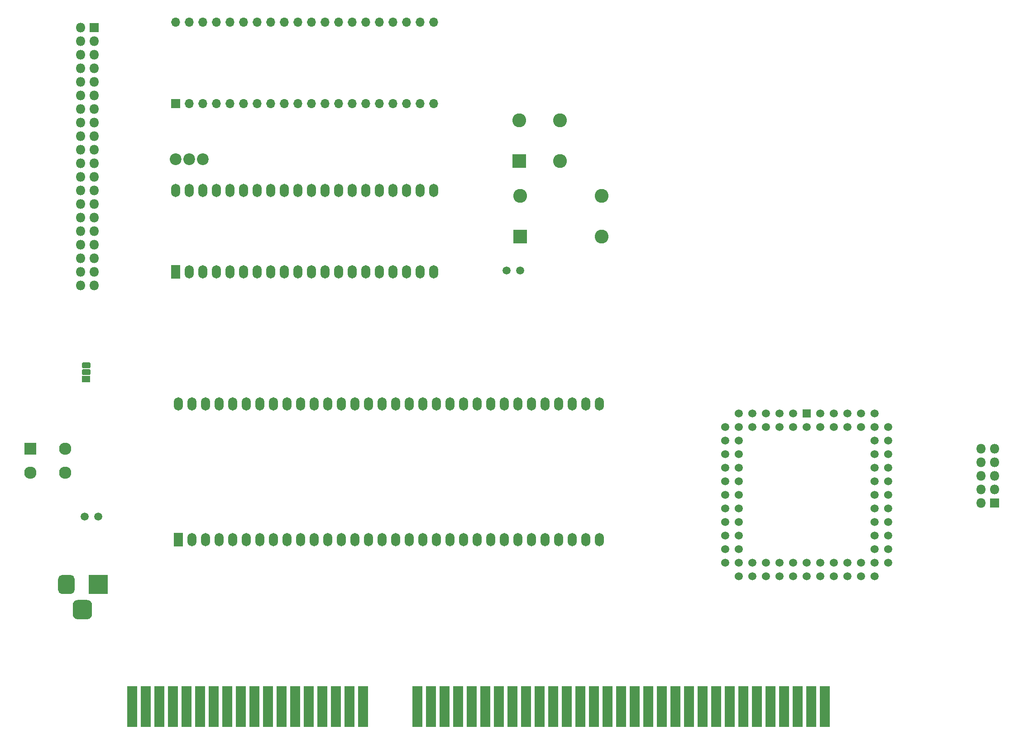
<source format=gbr>
%TF.GenerationSoftware,KiCad,Pcbnew,5.1.6-c6e7f7d~86~ubuntu18.04.1*%
%TF.CreationDate,2020-11-16T08:08:37+08:00*%
%TF.ProjectId,68k_dev,36386b5f-6465-4762-9e6b-696361645f70,rev?*%
%TF.SameCoordinates,Original*%
%TF.FileFunction,Soldermask,Bot*%
%TF.FilePolarity,Negative*%
%FSLAX46Y46*%
G04 Gerber Fmt 4.6, Leading zero omitted, Abs format (unit mm)*
G04 Created by KiCad (PCBNEW 5.1.6-c6e7f7d~86~ubuntu18.04.1) date 2020-11-16 08:08:37*
%MOMM*%
%LPD*%
G01*
G04 APERTURE LIST*
%ADD10C,2.200000*%
%ADD11R,1.880000X7.720000*%
%ADD12R,3.600000X3.600000*%
%ADD13C,1.500000*%
%ADD14R,1.700000X2.500000*%
%ADD15O,1.700000X2.500000*%
%ADD16R,1.700000X1.700000*%
%ADD17O,1.700000X1.700000*%
%ADD18R,2.600000X2.600000*%
%ADD19C,2.600000*%
%ADD20R,1.600000X1.150000*%
%ADD21C,1.522400*%
%ADD22R,1.522400X1.522400*%
%ADD23R,1.800000X1.800000*%
%ADD24O,1.800000X1.800000*%
%ADD25R,2.300000X2.300000*%
%ADD26C,2.300000*%
G04 APERTURE END LIST*
D10*
%TO.C,J1*%
X50038000Y-52451000D03*
X47498000Y-52451000D03*
X44958000Y-52451000D03*
%TD*%
D11*
%TO.C,J2*%
X166370000Y-154940000D03*
X163830000Y-154940000D03*
X161290000Y-154940000D03*
X158750000Y-154940000D03*
X156210000Y-154940000D03*
X153670000Y-154940000D03*
X151130000Y-154940000D03*
X148590000Y-154940000D03*
X146050000Y-154940000D03*
X143510000Y-154940000D03*
X140970000Y-154940000D03*
X138430000Y-154940000D03*
X135890000Y-154940000D03*
X133350000Y-154940000D03*
X130810000Y-154940000D03*
X128270000Y-154940000D03*
X125730000Y-154940000D03*
X123190000Y-154940000D03*
X120650000Y-154940000D03*
X118110000Y-154940000D03*
X115570000Y-154940000D03*
X113030000Y-154940000D03*
X110490000Y-154940000D03*
X107950000Y-154940000D03*
X105410000Y-154940000D03*
X102870000Y-154940000D03*
X100330000Y-154940000D03*
X97790000Y-154940000D03*
X95250000Y-154940000D03*
X92710000Y-154940000D03*
X90170000Y-154940000D03*
X80010000Y-154940000D03*
X77470000Y-154940000D03*
X74930000Y-154940000D03*
X72390000Y-154940000D03*
X69850000Y-154940000D03*
X67310000Y-154940000D03*
X64770000Y-154940000D03*
X62230000Y-154940000D03*
X59690000Y-154940000D03*
X57150000Y-154940000D03*
X54610000Y-154940000D03*
X52070000Y-154940000D03*
X49530000Y-154940000D03*
X46990000Y-154940000D03*
X44450000Y-154940000D03*
X41910000Y-154940000D03*
X39370000Y-154940000D03*
X36830000Y-154940000D03*
%TD*%
D12*
%TO.C,J5*%
X30480000Y-132080000D03*
G36*
G01*
X22930000Y-133105000D02*
X22930000Y-131055000D01*
G75*
G02*
X23705000Y-130280000I775000J0D01*
G01*
X25255000Y-130280000D01*
G75*
G02*
X26030000Y-131055000I0J-775000D01*
G01*
X26030000Y-133105000D01*
G75*
G02*
X25255000Y-133880000I-775000J0D01*
G01*
X23705000Y-133880000D01*
G75*
G02*
X22930000Y-133105000I0J775000D01*
G01*
G37*
G36*
G01*
X25680000Y-137680000D02*
X25680000Y-135880000D01*
G75*
G02*
X26580000Y-134980000I900000J0D01*
G01*
X28380000Y-134980000D01*
G75*
G02*
X29280000Y-135880000I0J-900000D01*
G01*
X29280000Y-137680000D01*
G75*
G02*
X28380000Y-138580000I-900000J0D01*
G01*
X26580000Y-138580000D01*
G75*
G02*
X25680000Y-137680000I0J900000D01*
G01*
G37*
%TD*%
D13*
%TO.C,JP1*%
X30480000Y-119380000D03*
X27940000Y-119380000D03*
%TD*%
%TO.C,JP2*%
X106807000Y-73279000D03*
X109347000Y-73279000D03*
%TD*%
D14*
%TO.C,U1*%
X45466000Y-123698000D03*
D15*
X124206000Y-98298000D03*
X48006000Y-123698000D03*
X121666000Y-98298000D03*
X50546000Y-123698000D03*
X119126000Y-98298000D03*
X53086000Y-123698000D03*
X116586000Y-98298000D03*
X55626000Y-123698000D03*
X114046000Y-98298000D03*
X58166000Y-123698000D03*
X111506000Y-98298000D03*
X60706000Y-123698000D03*
X108966000Y-98298000D03*
X63246000Y-123698000D03*
X106426000Y-98298000D03*
X65786000Y-123698000D03*
X103886000Y-98298000D03*
X68326000Y-123698000D03*
X101346000Y-98298000D03*
X70866000Y-123698000D03*
X98806000Y-98298000D03*
X73406000Y-123698000D03*
X96266000Y-98298000D03*
X75946000Y-123698000D03*
X93726000Y-98298000D03*
X78486000Y-123698000D03*
X91186000Y-98298000D03*
X81026000Y-123698000D03*
X88646000Y-98298000D03*
X83566000Y-123698000D03*
X86106000Y-98298000D03*
X86106000Y-123698000D03*
X83566000Y-98298000D03*
X88646000Y-123698000D03*
X81026000Y-98298000D03*
X91186000Y-123698000D03*
X78486000Y-98298000D03*
X93726000Y-123698000D03*
X75946000Y-98298000D03*
X96266000Y-123698000D03*
X73406000Y-98298000D03*
X98806000Y-123698000D03*
X70866000Y-98298000D03*
X101346000Y-123698000D03*
X68326000Y-98298000D03*
X103886000Y-123698000D03*
X65786000Y-98298000D03*
X106426000Y-123698000D03*
X63246000Y-98298000D03*
X108966000Y-123698000D03*
X60706000Y-98298000D03*
X111506000Y-123698000D03*
X58166000Y-98298000D03*
X114046000Y-123698000D03*
X55626000Y-98298000D03*
X116586000Y-123698000D03*
X53086000Y-98298000D03*
X119126000Y-123698000D03*
X50546000Y-98298000D03*
X121666000Y-123698000D03*
X48006000Y-98298000D03*
X124206000Y-123698000D03*
X45466000Y-98298000D03*
%TD*%
D16*
%TO.C,U14*%
X44958000Y-42037000D03*
D17*
X93218000Y-26797000D03*
X47498000Y-42037000D03*
X90678000Y-26797000D03*
X50038000Y-42037000D03*
X88138000Y-26797000D03*
X52578000Y-42037000D03*
X85598000Y-26797000D03*
X55118000Y-42037000D03*
X83058000Y-26797000D03*
X57658000Y-42037000D03*
X80518000Y-26797000D03*
X60198000Y-42037000D03*
X77978000Y-26797000D03*
X62738000Y-42037000D03*
X75438000Y-26797000D03*
X65278000Y-42037000D03*
X72898000Y-26797000D03*
X67818000Y-42037000D03*
X70358000Y-26797000D03*
X70358000Y-42037000D03*
X67818000Y-26797000D03*
X72898000Y-42037000D03*
X65278000Y-26797000D03*
X75438000Y-42037000D03*
X62738000Y-26797000D03*
X77978000Y-42037000D03*
X60198000Y-26797000D03*
X80518000Y-42037000D03*
X57658000Y-26797000D03*
X83058000Y-42037000D03*
X55118000Y-26797000D03*
X85598000Y-42037000D03*
X52578000Y-26797000D03*
X88138000Y-42037000D03*
X50038000Y-26797000D03*
X90678000Y-42037000D03*
X47498000Y-26797000D03*
X93218000Y-42037000D03*
X44958000Y-26797000D03*
%TD*%
D18*
%TO.C,X1*%
X109220000Y-52832000D03*
D19*
X109220000Y-45212000D03*
X116840000Y-45212000D03*
X116840000Y-52832000D03*
%TD*%
D18*
%TO.C,X2*%
X109347000Y-66929000D03*
D19*
X109347000Y-59309000D03*
X124587000Y-59309000D03*
X124587000Y-66929000D03*
%TD*%
%TO.C,IC1*%
G36*
G01*
X28706500Y-92904000D02*
X27681500Y-92904000D01*
G75*
G02*
X27394000Y-92616500I0J287500D01*
G01*
X27394000Y-92041500D01*
G75*
G02*
X27681500Y-91754000I287500J0D01*
G01*
X28706500Y-91754000D01*
G75*
G02*
X28994000Y-92041500I0J-287500D01*
G01*
X28994000Y-92616500D01*
G75*
G02*
X28706500Y-92904000I-287500J0D01*
G01*
G37*
G36*
G01*
X28706500Y-91634000D02*
X27681500Y-91634000D01*
G75*
G02*
X27394000Y-91346500I0J287500D01*
G01*
X27394000Y-90771500D01*
G75*
G02*
X27681500Y-90484000I287500J0D01*
G01*
X28706500Y-90484000D01*
G75*
G02*
X28994000Y-90771500I0J-287500D01*
G01*
X28994000Y-91346500D01*
G75*
G02*
X28706500Y-91634000I-287500J0D01*
G01*
G37*
D20*
X28194000Y-93599000D03*
%TD*%
D21*
%TO.C,U3*%
X162941000Y-102616000D03*
X160401000Y-102616000D03*
X157861000Y-102616000D03*
X155321000Y-102616000D03*
X152781000Y-102616000D03*
X165481000Y-102616000D03*
X168021000Y-102616000D03*
X170561000Y-102616000D03*
X173101000Y-102616000D03*
X175641000Y-102616000D03*
X178181000Y-102616000D03*
D22*
X162941000Y-100076000D03*
D21*
X160401000Y-100076000D03*
X157861000Y-100076000D03*
X155321000Y-100076000D03*
X152781000Y-100076000D03*
X150241000Y-100076000D03*
X165481000Y-100076000D03*
X168021000Y-100076000D03*
X170561000Y-100076000D03*
X173101000Y-100076000D03*
X175641000Y-100076000D03*
X150241000Y-102616000D03*
X150241000Y-105156000D03*
X150241000Y-107696000D03*
X150241000Y-110236000D03*
X150241000Y-112776000D03*
X150241000Y-115316000D03*
X150241000Y-117856000D03*
X150241000Y-120396000D03*
X150241000Y-122936000D03*
X150241000Y-125476000D03*
X147701000Y-102616000D03*
X147701000Y-105156000D03*
X147701000Y-107696000D03*
X147701000Y-110236000D03*
X147701000Y-112776000D03*
X147701000Y-115316000D03*
X147701000Y-117856000D03*
X147701000Y-120396000D03*
X147701000Y-122936000D03*
X147701000Y-125476000D03*
X147701000Y-128016000D03*
X150241000Y-128016000D03*
X152781000Y-128016000D03*
X155321000Y-128016000D03*
X157861000Y-128016000D03*
X160401000Y-128016000D03*
X162941000Y-128016000D03*
X165481000Y-128016000D03*
X168021000Y-128016000D03*
X170561000Y-128016000D03*
X173101000Y-128016000D03*
X150241000Y-130556000D03*
X152781000Y-130556000D03*
X155321000Y-130556000D03*
X157861000Y-130556000D03*
X160401000Y-130556000D03*
X162941000Y-130556000D03*
X165481000Y-130556000D03*
X168021000Y-130556000D03*
X170561000Y-130556000D03*
X173101000Y-130556000D03*
X175641000Y-130556000D03*
X175641000Y-128016000D03*
X175641000Y-125476000D03*
X175641000Y-122936000D03*
X175641000Y-120396000D03*
X175641000Y-117856000D03*
X175641000Y-115316000D03*
X175641000Y-112776000D03*
X175641000Y-110236000D03*
X175641000Y-107696000D03*
X175641000Y-105156000D03*
X178181000Y-128016000D03*
X178181000Y-125476000D03*
X178181000Y-122936000D03*
X178181000Y-120396000D03*
X178181000Y-117856000D03*
X178181000Y-115316000D03*
X178181000Y-112776000D03*
X178181000Y-110236000D03*
X178181000Y-107696000D03*
X178181000Y-105156000D03*
%TD*%
D14*
%TO.C,U2*%
X44958000Y-73533000D03*
D15*
X93218000Y-58293000D03*
X47498000Y-73533000D03*
X90678000Y-58293000D03*
X50038000Y-73533000D03*
X88138000Y-58293000D03*
X52578000Y-73533000D03*
X85598000Y-58293000D03*
X55118000Y-73533000D03*
X83058000Y-58293000D03*
X57658000Y-73533000D03*
X80518000Y-58293000D03*
X60198000Y-73533000D03*
X77978000Y-58293000D03*
X62738000Y-73533000D03*
X75438000Y-58293000D03*
X65278000Y-73533000D03*
X72898000Y-58293000D03*
X67818000Y-73533000D03*
X70358000Y-58293000D03*
X70358000Y-73533000D03*
X67818000Y-58293000D03*
X72898000Y-73533000D03*
X65278000Y-58293000D03*
X75438000Y-73533000D03*
X62738000Y-58293000D03*
X77978000Y-73533000D03*
X60198000Y-58293000D03*
X80518000Y-73533000D03*
X57658000Y-58293000D03*
X83058000Y-73533000D03*
X55118000Y-58293000D03*
X85598000Y-73533000D03*
X52578000Y-58293000D03*
X88138000Y-73533000D03*
X50038000Y-58293000D03*
X90678000Y-73533000D03*
X47498000Y-58293000D03*
X93218000Y-73533000D03*
X44958000Y-58293000D03*
%TD*%
D23*
%TO.C,J4*%
X198120000Y-116840000D03*
D24*
X195580000Y-116840000D03*
X198120000Y-114300000D03*
X195580000Y-114300000D03*
X198120000Y-111760000D03*
X195580000Y-111760000D03*
X198120000Y-109220000D03*
X195580000Y-109220000D03*
X198120000Y-106680000D03*
X195580000Y-106680000D03*
%TD*%
D23*
%TO.C,J3*%
X29718000Y-27813000D03*
D24*
X27178000Y-27813000D03*
X29718000Y-30353000D03*
X27178000Y-30353000D03*
X29718000Y-32893000D03*
X27178000Y-32893000D03*
X29718000Y-35433000D03*
X27178000Y-35433000D03*
X29718000Y-37973000D03*
X27178000Y-37973000D03*
X29718000Y-40513000D03*
X27178000Y-40513000D03*
X29718000Y-43053000D03*
X27178000Y-43053000D03*
X29718000Y-45593000D03*
X27178000Y-45593000D03*
X29718000Y-48133000D03*
X27178000Y-48133000D03*
X29718000Y-50673000D03*
X27178000Y-50673000D03*
X29718000Y-53213000D03*
X27178000Y-53213000D03*
X29718000Y-55753000D03*
X27178000Y-55753000D03*
X29718000Y-58293000D03*
X27178000Y-58293000D03*
X29718000Y-60833000D03*
X27178000Y-60833000D03*
X29718000Y-63373000D03*
X27178000Y-63373000D03*
X29718000Y-65913000D03*
X27178000Y-65913000D03*
X29718000Y-68453000D03*
X27178000Y-68453000D03*
X29718000Y-70993000D03*
X27178000Y-70993000D03*
X29718000Y-73533000D03*
X27178000Y-73533000D03*
X29718000Y-76073000D03*
X27178000Y-76073000D03*
%TD*%
D25*
%TO.C,SW1*%
X17780000Y-106680000D03*
D26*
X24280000Y-106680000D03*
X24280000Y-111180000D03*
X17780000Y-111180000D03*
%TD*%
M02*

</source>
